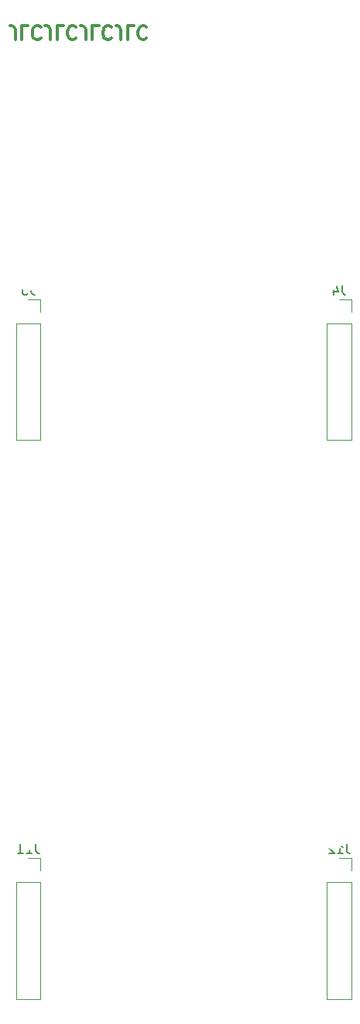
<source format=gbo>
G04 #@! TF.GenerationSoftware,KiCad,Pcbnew,(5.1.9)-1*
G04 #@! TF.CreationDate,2021-10-23T20:15:42+01:00*
G04 #@! TF.ProjectId,MS20-VCF,4d533230-2d56-4434-962e-6b696361645f,rev?*
G04 #@! TF.SameCoordinates,Original*
G04 #@! TF.FileFunction,Legend,Bot*
G04 #@! TF.FilePolarity,Positive*
%FSLAX46Y46*%
G04 Gerber Fmt 4.6, Leading zero omitted, Abs format (unit mm)*
G04 Created by KiCad (PCBNEW (5.1.9)-1) date 2021-10-23 20:15:42*
%MOMM*%
%LPD*%
G01*
G04 APERTURE LIST*
%ADD10C,0.300000*%
%ADD11C,0.120000*%
%ADD12C,0.150000*%
%ADD13C,4.000000*%
%ADD14C,1.800000*%
%ADD15O,1.600000X1.600000*%
%ADD16C,1.600000*%
%ADD17C,2.130000*%
%ADD18R,1.930000X1.830000*%
%ADD19O,1.700000X1.700000*%
%ADD20R,1.700000X1.700000*%
%ADD21O,2.400000X3.700000*%
%ADD22O,3.200000X5.000000*%
%ADD23R,1.800000X1.800000*%
G04 APERTURE END LIST*
D10*
X74571428Y-39321428D02*
X74571428Y-38250000D01*
X74500000Y-38035714D01*
X74357142Y-37892857D01*
X74142857Y-37821428D01*
X74000000Y-37821428D01*
X76000000Y-37821428D02*
X75285714Y-37821428D01*
X75285714Y-39321428D01*
X77357142Y-37964285D02*
X77285714Y-37892857D01*
X77071428Y-37821428D01*
X76928571Y-37821428D01*
X76714285Y-37892857D01*
X76571428Y-38035714D01*
X76500000Y-38178571D01*
X76428571Y-38464285D01*
X76428571Y-38678571D01*
X76500000Y-38964285D01*
X76571428Y-39107142D01*
X76714285Y-39250000D01*
X76928571Y-39321428D01*
X77071428Y-39321428D01*
X77285714Y-39250000D01*
X77357142Y-39178571D01*
X78428571Y-39321428D02*
X78428571Y-38250000D01*
X78357142Y-38035714D01*
X78214285Y-37892857D01*
X78000000Y-37821428D01*
X77857142Y-37821428D01*
X79857142Y-37821428D02*
X79142857Y-37821428D01*
X79142857Y-39321428D01*
X81214285Y-37964285D02*
X81142857Y-37892857D01*
X80928571Y-37821428D01*
X80785714Y-37821428D01*
X80571428Y-37892857D01*
X80428571Y-38035714D01*
X80357142Y-38178571D01*
X80285714Y-38464285D01*
X80285714Y-38678571D01*
X80357142Y-38964285D01*
X80428571Y-39107142D01*
X80571428Y-39250000D01*
X80785714Y-39321428D01*
X80928571Y-39321428D01*
X81142857Y-39250000D01*
X81214285Y-39178571D01*
X82285714Y-39321428D02*
X82285714Y-38250000D01*
X82214285Y-38035714D01*
X82071428Y-37892857D01*
X81857142Y-37821428D01*
X81714285Y-37821428D01*
X83714285Y-37821428D02*
X83000000Y-37821428D01*
X83000000Y-39321428D01*
X85071428Y-37964285D02*
X85000000Y-37892857D01*
X84785714Y-37821428D01*
X84642857Y-37821428D01*
X84428571Y-37892857D01*
X84285714Y-38035714D01*
X84214285Y-38178571D01*
X84142857Y-38464285D01*
X84142857Y-38678571D01*
X84214285Y-38964285D01*
X84285714Y-39107142D01*
X84428571Y-39250000D01*
X84642857Y-39321428D01*
X84785714Y-39321428D01*
X85000000Y-39250000D01*
X85071428Y-39178571D01*
X86142857Y-39321428D02*
X86142857Y-38250000D01*
X86071428Y-38035714D01*
X85928571Y-37892857D01*
X85714285Y-37821428D01*
X85571428Y-37821428D01*
X87571428Y-37821428D02*
X86857142Y-37821428D01*
X86857142Y-39321428D01*
X88928571Y-37964285D02*
X88857142Y-37892857D01*
X88642857Y-37821428D01*
X88500000Y-37821428D01*
X88285714Y-37892857D01*
X88142857Y-38035714D01*
X88071428Y-38178571D01*
X88000000Y-38464285D01*
X88000000Y-38678571D01*
X88071428Y-38964285D01*
X88142857Y-39107142D01*
X88285714Y-39250000D01*
X88500000Y-39321428D01*
X88642857Y-39321428D01*
X88857142Y-39250000D01*
X88928571Y-39178571D01*
D11*
X111330000Y-128670000D02*
X110000000Y-128670000D01*
X111330000Y-130000000D02*
X111330000Y-128670000D01*
X111330000Y-131270000D02*
X108670000Y-131270000D01*
X108670000Y-131270000D02*
X108670000Y-144030000D01*
X111330000Y-131270000D02*
X111330000Y-144030000D01*
X111330000Y-144030000D02*
X108670000Y-144030000D01*
X77330000Y-128670000D02*
X76000000Y-128670000D01*
X77330000Y-130000000D02*
X77330000Y-128670000D01*
X77330000Y-131270000D02*
X74670000Y-131270000D01*
X74670000Y-131270000D02*
X74670000Y-144030000D01*
X77330000Y-131270000D02*
X77330000Y-144030000D01*
X77330000Y-144030000D02*
X74670000Y-144030000D01*
X111330000Y-67670000D02*
X110000000Y-67670000D01*
X111330000Y-69000000D02*
X111330000Y-67670000D01*
X111330000Y-70270000D02*
X108670000Y-70270000D01*
X108670000Y-70270000D02*
X108670000Y-83030000D01*
X111330000Y-70270000D02*
X111330000Y-83030000D01*
X111330000Y-83030000D02*
X108670000Y-83030000D01*
X77330000Y-67670000D02*
X76000000Y-67670000D01*
X77330000Y-69000000D02*
X77330000Y-67670000D01*
X77330000Y-70270000D02*
X74670000Y-70270000D01*
X74670000Y-70270000D02*
X74670000Y-83030000D01*
X77330000Y-70270000D02*
X77330000Y-83030000D01*
X77330000Y-83030000D02*
X74670000Y-83030000D01*
D12*
X110809523Y-127122380D02*
X110809523Y-127836666D01*
X110857142Y-127979523D01*
X110952380Y-128074761D01*
X111095238Y-128122380D01*
X111190476Y-128122380D01*
X109809523Y-128122380D02*
X110380952Y-128122380D01*
X110095238Y-128122380D02*
X110095238Y-127122380D01*
X110190476Y-127265238D01*
X110285714Y-127360476D01*
X110380952Y-127408095D01*
X109428571Y-127217619D02*
X109380952Y-127170000D01*
X109285714Y-127122380D01*
X109047619Y-127122380D01*
X108952380Y-127170000D01*
X108904761Y-127217619D01*
X108857142Y-127312857D01*
X108857142Y-127408095D01*
X108904761Y-127550952D01*
X109476190Y-128122380D01*
X108857142Y-128122380D01*
X76809523Y-127122380D02*
X76809523Y-127836666D01*
X76857142Y-127979523D01*
X76952380Y-128074761D01*
X77095238Y-128122380D01*
X77190476Y-128122380D01*
X75809523Y-128122380D02*
X76380952Y-128122380D01*
X76095238Y-128122380D02*
X76095238Y-127122380D01*
X76190476Y-127265238D01*
X76285714Y-127360476D01*
X76380952Y-127408095D01*
X74857142Y-128122380D02*
X75428571Y-128122380D01*
X75142857Y-128122380D02*
X75142857Y-127122380D01*
X75238095Y-127265238D01*
X75333333Y-127360476D01*
X75428571Y-127408095D01*
X110333333Y-66122380D02*
X110333333Y-66836666D01*
X110380952Y-66979523D01*
X110476190Y-67074761D01*
X110619047Y-67122380D01*
X110714285Y-67122380D01*
X109428571Y-66455714D02*
X109428571Y-67122380D01*
X109666666Y-66074761D02*
X109904761Y-66789047D01*
X109285714Y-66789047D01*
X76333333Y-66122380D02*
X76333333Y-66836666D01*
X76380952Y-66979523D01*
X76476190Y-67074761D01*
X76619047Y-67122380D01*
X76714285Y-67122380D01*
X75952380Y-66122380D02*
X75333333Y-66122380D01*
X75666666Y-66503333D01*
X75523809Y-66503333D01*
X75428571Y-66550952D01*
X75380952Y-66598571D01*
X75333333Y-66693809D01*
X75333333Y-66931904D01*
X75380952Y-67027142D01*
X75428571Y-67074761D01*
X75523809Y-67122380D01*
X75809523Y-67122380D01*
X75904761Y-67074761D01*
X75952380Y-67027142D01*
%LPC*%
D13*
X89900000Y-123000000D03*
X81100000Y-123000000D03*
D14*
X88000000Y-130000000D03*
X85500000Y-130000000D03*
X83000000Y-130000000D03*
D15*
X95500000Y-112000000D03*
D16*
X95500000Y-101840000D03*
D13*
X87900000Y-103000000D03*
X79100000Y-103000000D03*
D14*
X86000000Y-110000000D03*
X83500000Y-110000000D03*
X81000000Y-110000000D03*
D17*
X103000000Y-144400000D03*
D18*
X103000000Y-133000000D03*
D17*
X103000000Y-136100000D03*
X93000000Y-144400000D03*
D18*
X93000000Y-133000000D03*
D17*
X93000000Y-136100000D03*
X83000000Y-144400000D03*
D18*
X83000000Y-133000000D03*
D17*
X83000000Y-136100000D03*
D19*
X110000000Y-142700000D03*
X110000000Y-140160000D03*
X110000000Y-137620000D03*
X110000000Y-135080000D03*
X110000000Y-132540000D03*
D20*
X110000000Y-130000000D03*
D19*
X76000000Y-142700000D03*
X76000000Y-140160000D03*
X76000000Y-137620000D03*
X76000000Y-135080000D03*
X76000000Y-132540000D03*
D20*
X76000000Y-130000000D03*
D17*
X103000000Y-85400000D03*
D18*
X103000000Y-74000000D03*
D17*
X103000000Y-77100000D03*
X93000000Y-85400000D03*
D18*
X93000000Y-74000000D03*
D17*
X93000000Y-77100000D03*
D19*
X110000000Y-81700000D03*
X110000000Y-79160000D03*
X110000000Y-76620000D03*
X110000000Y-74080000D03*
X110000000Y-71540000D03*
D20*
X110000000Y-69000000D03*
D19*
X76000000Y-81700000D03*
X76000000Y-79160000D03*
X76000000Y-76620000D03*
X76000000Y-74080000D03*
X76000000Y-71540000D03*
D20*
X76000000Y-69000000D03*
D21*
X108700000Y-100600000D03*
X104000000Y-100600000D03*
X99300000Y-100600000D03*
X108700000Y-105400000D03*
X104000000Y-105400000D03*
X99300000Y-105400000D03*
D22*
X97700000Y-91500000D03*
X93000000Y-91500000D03*
X88300000Y-91500000D03*
D21*
X108700000Y-40600000D03*
X104000000Y-40600000D03*
X99300000Y-40600000D03*
X108700000Y-45400000D03*
X104000000Y-45400000D03*
X99300000Y-45400000D03*
D13*
X104900000Y-123000000D03*
X96100000Y-123000000D03*
D14*
X103000000Y-130000000D03*
X100500000Y-130000000D03*
X98000000Y-130000000D03*
D13*
X104900000Y-64000000D03*
X96100000Y-64000000D03*
D14*
X103000000Y-71000000D03*
X100500000Y-71000000D03*
X98000000Y-71000000D03*
D15*
X76000000Y-116840000D03*
D16*
X76000000Y-127000000D03*
D15*
X109500000Y-116840000D03*
D16*
X109500000Y-127000000D03*
D15*
X99340000Y-112500000D03*
D16*
X109500000Y-112500000D03*
D15*
X75000000Y-99340000D03*
D16*
X75000000Y-109500000D03*
D15*
X75500000Y-114000000D03*
D16*
X85660000Y-114000000D03*
D15*
X85660000Y-53000000D03*
D16*
X75500000Y-53000000D03*
D15*
X106000000Y-56000000D03*
D16*
X95840000Y-56000000D03*
D15*
X99340000Y-53000000D03*
D16*
X109500000Y-53000000D03*
D15*
X109000000Y-66000000D03*
D16*
X109000000Y-55840000D03*
D15*
X90160000Y-56000000D03*
D16*
X80000000Y-56000000D03*
D15*
X76000000Y-66000000D03*
D16*
X76000000Y-55840000D03*
D15*
X74740000Y-89500000D03*
D16*
X84900000Y-89500000D03*
D17*
X83000000Y-85400000D03*
D18*
X83000000Y-74000000D03*
D17*
X83000000Y-77100000D03*
D14*
X107540000Y-91500000D03*
D23*
X105000000Y-91500000D03*
D13*
X88900000Y-43000000D03*
X80100000Y-43000000D03*
D14*
X87000000Y-50000000D03*
X84500000Y-50000000D03*
X82000000Y-50000000D03*
D13*
X89900000Y-64000000D03*
X81100000Y-64000000D03*
D14*
X88000000Y-71000000D03*
X85500000Y-71000000D03*
X83000000Y-71000000D03*
M02*

</source>
